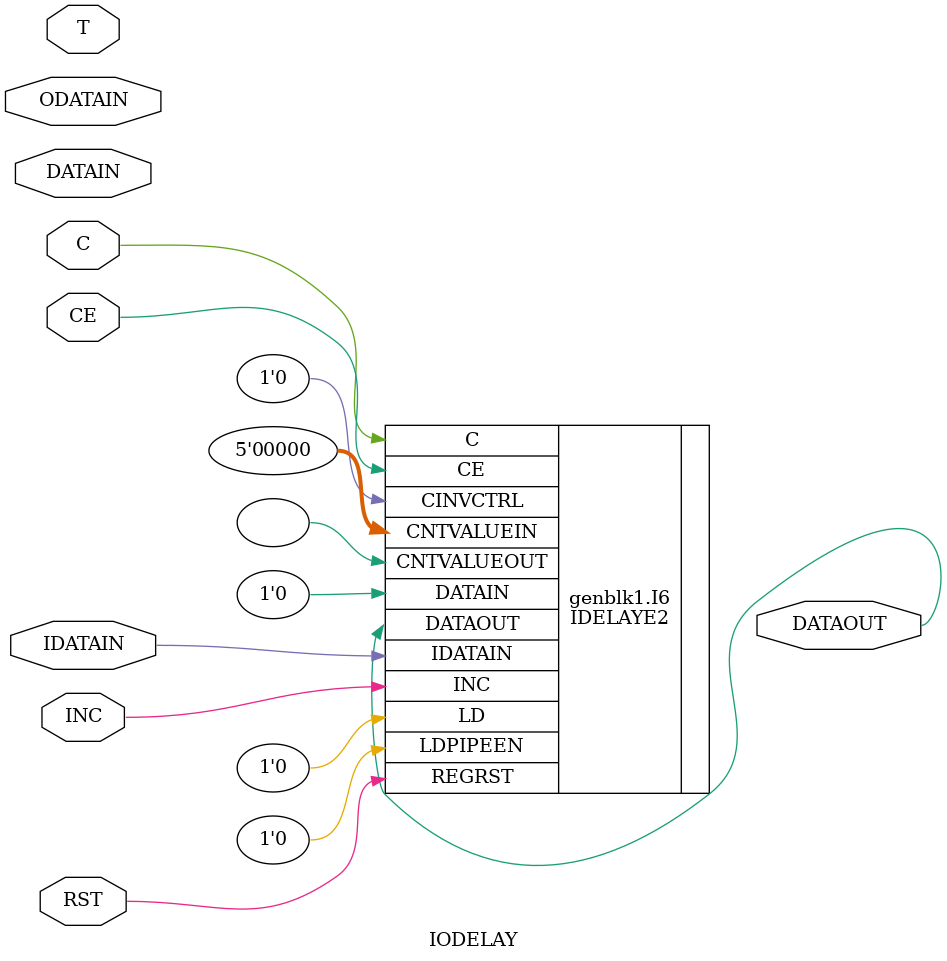
<source format=v>

`timescale  1 ps / 1 ps

module IODELAY (DATAOUT, C, CE, DATAIN, IDATAIN, INC, ODATAIN, RST, T);

    parameter DELAY_SRC    = "I";
    parameter HIGH_PERFORMANCE_MODE    = "TRUE";
    parameter IDELAY_TYPE  = "DEFAULT";
    parameter integer IDELAY_VALUE = 0;
    parameter integer ODELAY_VALUE = 0;
    parameter real REFCLK_FREQUENCY = 200.0;
    parameter SIGNAL_PATTERN    = "DATA";

    localparam IDELAY_TYPE_V7 = (IDELAY_TYPE == "DEFAULT")? "FIXED" : IDELAY_TYPE;
    localparam ODELAY_TYPE_V7 = "FIXED";

    output DATAOUT;

    input C;
    input CE;
    input DATAIN;
    input IDATAIN;
    input INC;
    input ODATAIN;
    input RST;
    input T ;

    localparam  IDELAY_SRC_int = (DELAY_SRC == "I")     ? "IDATAIN" : (
                                 (DELAY_SRC == "DATAIN") ?  "DATAIN":"IDATAIN");
    localparam  ODELAY_SRC_int = (DELAY_SRC == "O")     ? "ODATAIN" : (
                                 (DELAY_SRC == "CLKIN") ?  "CLKIN":"ODATAIN");

//--------------------------------------------------------
//------------- IDELAYE2 --------------------------------
//--------------------------------------------------------

    generate
    case (DELAY_SRC)
        "I", "DATAIN" :

              IDELAYE2     #( // attributes
                           .CINVCTRL_SEL("FALSE"),
                           .DELAY_SRC(IDELAY_SRC_int),
                           .HIGH_PERFORMANCE_MODE(HIGH_PERFORMANCE_MODE),
                           .IDELAY_TYPE(IDELAY_TYPE_V7),
                           .IDELAY_VALUE(IDELAY_VALUE),
                           .PIPE_SEL("FALSE"),
                           .REFCLK_FREQUENCY(REFCLK_FREQUENCY),
                           .SIGNAL_PATTERN(SIGNAL_PATTERN)
                         )
                      I6 
                         ( // outputs
                           .CNTVALUEOUT(),
                           .DATAOUT(DATAOUT),

                           // inputs
                           .C(C),
                           .CE(CE),
                           .CINVCTRL(1'b0),
                           .CNTVALUEIN(5'b0),
                           .DATAIN(1'b0),
                           .IDATAIN(IDATAIN),
                           .INC(INC),
                           .LD(1'b0),
                           .LDPIPEEN(1'b0),
                           .REGRST(RST)
                         );



//--------------------------------------------------------
//------------- ODELAYE2 --------------------------------
//--------------------------------------------------------


        "O", "CLKIN" :

              ODELAYE2     #( // attributes
                           .CINVCTRL_SEL("FALSE"),
                           .DELAY_SRC(ODELAY_SRC_int),
                           .HIGH_PERFORMANCE_MODE(HIGH_PERFORMANCE_MODE),
                           .ODELAY_TYPE(ODELAY_TYPE_V7),
                           .ODELAY_VALUE(IDELAY_VALUE),
                           .PIPE_SEL("FALSE"),
                           .REFCLK_FREQUENCY(REFCLK_FREQUENCY),
                           .SIGNAL_PATTERN(SIGNAL_PATTERN)
                         )
                       O6
                         ( // outputs
                           .CNTVALUEOUT(),
                           .DATAOUT(DATAOUT),

                           // inputs
                           .C(C),
                           .CE(CE),
                           .CINVCTRL(1'b0),
                           .CLKIN(1'b0),
                           .CNTVALUEIN(5'b0),
                           .ODATAIN(ODATAIN),
                           .INC(INC),
                           .LD(1'b0),
                           .LDPIPEEN(1'b0),
                           .REGRST(RST)
                         );

      endcase
    endgenerate
endmodule // IODELAY

</source>
